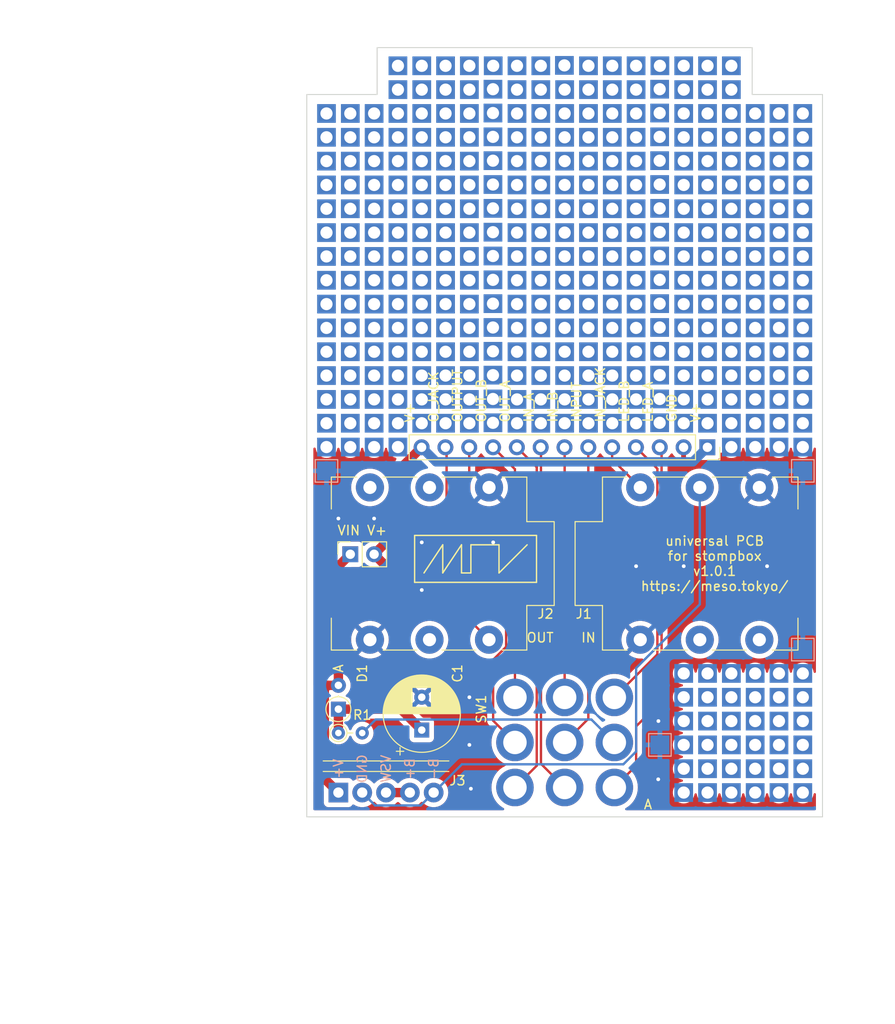
<source format=kicad_pcb>
(kicad_pcb (version 20211014) (generator pcbnew)
  (layers (0 "F.Cu" signal) (31 "B.Cu" signal) (34 "B.Paste" user) (35 "F.Paste" user) (36 "B.SilkS" user "B.Silkscreen") (37 "F.SilkS" user "F.Silkscreen") (38 "B.Mask" user) (39 "F.Mask" user) (44 "Edge.Cuts" user))
  (net 0 "")
  (net 1 "V+")
  (net 2 "GND")
  (net 3 "Net-(D1-Pad2)")
  (net 4 "GROUND_SW")
  (net 7 "INPUT")
  (net 11 "OUTPUT")
  (net 12 "OUTPUT_B")
  (net 13 "OUTPUT_A")
  (net 14 "INPUT_A")
  (net 15 "INPUT_B")
  (net 16 "LED_A")
  (net 17 "LED_B")
  (net 18 "Net-(R1-Pad2)")
  (net 19 "INPUT_JACK")
  (net 20 "OUTPUT_JACK")
  (net 21 "Net-(J3-Pad3)")
  (footprint "" (layer "F.Cu") (at 144.78 92.71)
    (fp_text reference "")
    (fp_text value "")
  )
  (footprint "" (layer "F.Cu") (at 132.08 38.1)
    (fp_text reference "")
    (fp_text value "")
  )
  (footprint "" (layer "F.Cu") (at 124.46 33.02)
    (fp_text reference "")
    (fp_text value "")
  )
  (footprint "" (layer "F.Cu") (at 121.92 48.26)
    (fp_text reference "")
    (fp_text value "")
  )
  (footprint "" (layer "F.Cu") (at 142.24 60.96)
    (fp_text reference "")
    (fp_text value "")
  )
  (footprint "" (layer "F.Cu") (at 139.7 35.56)
    (fp_text reference "")
    (fp_text value "")
  )
  (footprint "" (layer "F.Cu") (at 147.32 66.04)
    (fp_text reference "")
    (fp_text value "")
  )
  (footprint "" (layer "F.Cu") (at 111.76 40.64)
    (fp_text reference "")
    (fp_text value "")
  )
  (footprint "" (layer "F.Cu") (at 147.32 55.88)
    (fp_text reference "")
    (fp_text value "")
  )
  (footprint "" (layer "F.Cu") (at 119.354089 50.754705)
    (fp_text reference "")
    (fp_text value "")
  )
  (footprint "" (layer "F.Cu") (at 152.4 38.1)
    (fp_text reference "")
    (fp_text value "")
  )
  (footprint "" (layer "F.Cu") (at 147.32 40.64)
    (fp_text reference "")
    (fp_text value "")
  )
  (footprint "" (layer "F.Cu") (at 101.6 38.1)
    (fp_text reference "")
    (fp_text value "")
  )
  (footprint "" (layer "F.Cu") (at 137.134089 35.514705)
    (fp_text reference "")
    (fp_text value "")
  )
  (footprint "" (layer "F.Cu") (at 132.08 50.8)
    (fp_text reference "")
    (fp_text value "")
  )
  (footprint "" (layer "F.Cu") (at 147.32 33.02)
    (fp_text reference "")
    (fp_text value "")
  )
  (footprint "" (layer "F.Cu") (at 142.24 43.18)
    (fp_text reference "")
    (fp_text value "")
  )
  (footprint "" (layer "F.Cu") (at 114.3 55.88)
    (fp_text reference "")
    (fp_text value "")
  )
  (footprint "" (layer "F.Cu") (at 111.76 48.26)
    (fp_text reference "")
    (fp_text value "")
  )
  (footprint "" (layer "F.Cu") (at 121.92 30.48)
    (fp_text reference "")
    (fp_text value "")
  )
  (footprint "" (layer "F.Cu") (at 144.78 30.48)
    (fp_text reference "")
    (fp_text value "")
  )
  (footprint "" (layer "F.Cu") (at 144.78 33.02)
    (fp_text reference "")
    (fp_text value "")
  )
  (footprint "" (layer "F.Cu") (at 144.78 58.42)
    (fp_text reference "")
    (fp_text value "")
  )
  (footprint "" (layer "F.Cu") (at 111.76 50.8)
    (fp_text reference "")
    (fp_text value "")
  )
  (footprint "" (layer "F.Cu") (at 104.14 40.64)
    (fp_text reference "")
    (fp_text value "")
  )
  (footprint "" (layer "F.Cu") (at 142.24 40.64)
    (fp_text reference "")
    (fp_text value "")
  )
  (footprint "" (layer "F.Cu") (at 106.68 50.8)
    (fp_text reference "")
    (fp_text value "")
  )
  (footprint "" (layer "F.Cu") (at 109.22 68.58)
    (fp_text reference "")
    (fp_text value "")
  )
  (footprint "" (layer "F.Cu") (at 137.134089 50.754705)
    (fp_text reference "")
    (fp_text value "")
  )
  (footprint "" (layer "F.Cu") (at 144.78 97.79)
    (fp_text reference "")
    (fp_text value "")
  )
  (footprint "" (layer "F.Cu") (at 101.6 53.34)
    (fp_text reference "")
    (fp_text value "")
  )
  (footprint "" (layer "F.Cu") (at 114.3 66.04)
    (fp_text reference "")
    (fp_text value "")
  )
  (footprint "" (layer "F.Cu") (at 124.46 53.34)
    (fp_text reference "")
    (fp_text value "")
  )
  (footprint "" (layer "F.Cu") (at 142.24 95.25)
    (fp_text reference "")
    (fp_text value "")
  )
  (footprint "" (layer "F.Cu") (at 139.7 40.64)
    (fp_text reference "")
    (fp_text value "")
  )
  (footprint "" (layer "F.Cu") (at 134.62 45.72)
    (fp_text reference "")
    (fp_text value "")
  )
  (footprint "" (layer "F.Cu") (at 111.76 55.88)
    (fp_text reference "")
    (fp_text value "")
  )
  (footprint "" (layer "F.Cu") (at 119.354089 60.914705)
    (fp_text reference "")
    (fp_text value "")
  )
  (footprint "" (layer "F.Cu") (at 106.68 68.58)
    (fp_text reference "")
    (fp_text value "")
  )
  (footprint "" (layer "F.Cu") (at 119.354089 65.994705)
    (fp_text reference "")
    (fp_text value "")
  )
  (footprint "" (layer "F.Cu") (at 139.7 60.96)
    (fp_text reference "")
    (fp_text value "")
  )
  (footprint "" (layer "F.Cu") (at 129.54 45.72)
    (fp_text reference "")
    (fp_text value "")
  )
  (footprint "" (layer "F.Cu") (at 116.84 60.96)
    (fp_text reference "")
    (fp_text value "")
  )
  (footprint "" (layer "F.Cu") (at 124.46 43.18)
    (fp_text reference "")
    (fp_text value "")
  )
  (footprint "" (layer "F.Cu") (at 124.46 27.94)
    (fp_text reference "")
    (fp_text value "")
  )
  (footprint "" (layer "F.Cu") (at 127 55.88)
    (fp_text reference "")
    (fp_text value "")
  )
  (footprint "" (layer "F.Cu") (at 119.354089 63.454705)
    (fp_text reference "")
    (fp_text value "")
  )
  (footprint "" (layer "F.Cu") (at 127 38.1)
    (fp_text reference "")
    (fp_text value "")
  )
  (footprint "" (layer "F.Cu") (at 142.24 33.02)
    (fp_text reference "")
    (fp_text value "")
  )
  (footprint "" (layer "F.Cu") (at 152.4 92.71)
    (fp_text reference "")
    (fp_text value "")
  )
  (footprint "ak_misc:3PDT_FootSwitch" (layer "F.Cu") (at 127 100.07 90)
    (fp_text reference "SW1")
    (fp_text value "3PDT_FootSwitch")
  )
  (footprint "" (layer "F.Cu") (at 134.62 48.26)
    (fp_text reference "")
    (fp_text value "")
  )
  (footprint "" (layer "F.Cu") (at 106.68 58.42)
    (fp_text reference "")
    (fp_text value "")
  )
  (footprint "" (layer "F.Cu") (at 144.78 27.94)
    (fp_text reference "")
    (fp_text value "")
  )
  (footprint "" (layer "F.Cu") (at 129.54 40.64)
    (fp_text reference "")
    (fp_text value "")
  )
  (footprint "" (layer "F.Cu") (at 101.6 48.26)
    (fp_text reference "")
    (fp_text value "")
  )
  (footprint "" (layer "F.Cu") (at 104.14 33.02)
    (fp_text reference "")
    (fp_text value "")
  )
  (footprint "" (layer "F.Cu") (at 121.92 43.18)
    (fp_text reference "")
    (fp_text value "")
  )
  (footprint "" (layer "F.Cu") (at 127 33.02)
    (fp_text reference "")
    (fp_text value "")
  )
  (footprint "" (layer "F.Cu") (at 109.22 55.88)
    (fp_text reference "")
    (fp_text value "")
  )
  (footprint "" (layer "F.Cu") (at 137.134089 60.914705)
    (fp_text reference "")
    (fp_text value "")
  )
  (footprint "" (layer "F.Cu") (at 114.3 30.48)
    (fp_text reference "")
    (fp_text value "")
  )
  (footprint "" (layer "F.Cu") (at 132.08 55.88)
    (fp_text reference "")
    (fp_text value "")
  )
  (footprint "" (layer "F.Cu") (at 119.354089 38.054705)
    (fp_text reference "")
    (fp_text value "")
  )
  (footprint "" (layer "F.Cu") (at 104.14 35.56)
    (fp_text reference "")
    (fp_text value "")
  )
  (footprint "" (layer "F.Cu") (at 142.24 45.72)
    (fp_text reference "")
    (fp_text value "")
  )
  (footprint "" (layer "F.Cu") (at 127 35.56)
    (fp_text reference "")
    (fp_text value "")
  )
  (footprint "" (layer "F.Cu") (at 121.92 35.56)
    (fp_text reference "")
    (fp_text value "")
  )
  (footprint "Connector_PinSocket_2.54mm:PinSocket_1x02_P2.54mm_Vertical" (layer "F.Cu") (at 104.14 80.01 90)
    (fp_text reference "J4" hide)
    (fp_text value "Conn_01x02")
  )
  (footprint "" (layer "F.Cu") (at 132.08 48.26)
    (fp_text reference "")
    (fp_text value "")
  )
  (footprint "" (layer "F.Cu") (at 101.6 50.8)
    (fp_text reference "")
    (fp_text value "")
  )
  (footprint "" (layer "F.Cu") (at 109.22 45.72)
    (fp_text reference "")
    (fp_text value "")
  )
  (footprint "" (layer "F.Cu") (at 147.32 102.87)
    (fp_text reference "")
    (fp_text value "")
  )
  (footprint "" (layer "F.Cu") (at 124.46 63.5)
    (fp_text reference "")
    (fp_text value "")
  )
  (footprint "" (layer "F.Cu") (at 116.84 50.8)
    (fp_text reference "")
    (fp_text value "")
  )
  (footprint "" (layer "F.Cu") (at 106.68 55.88)
    (fp_text reference "")
    (fp_text value "")
  )
  (footprint "" (layer "F.Cu") (at 144.78 105.41)
    (fp_text reference "")
    (fp_text value "")
  )
  (footprint "" (layer "F.Cu") (at 114.3 50.8)
    (fp_text reference "")
    (fp_text value "")
  )
  (footprint "TerminalBlock_TE-Connectivity:TerminalBlock_TE_282834-5_1x05_P2.54mm_Horizontal" (layer "F.Cu") (at 102.87 105.41)
    (fp_text reference "J3")
    (fp_text value "DC_IN")
  )
  (footprint "" (layer "F.Cu") (at 149.86 33.02)
    (fp_text reference "")
    (fp_text value "")
  )
  (footprint "" (layer "F.Cu") (at 106.68 40.64)
    (fp_text reference "")
    (fp_text value "")
  )
  (footprint "" (layer "F.Cu") (at 134.62 60.96)
    (fp_text reference "")
    (fp_text value "")
  )
  (footprint "" (layer "F.Cu") (at 137.134089 32.974705)
    (fp_text reference "")
    (fp_text value "")
  )
  (footprint "" (layer "F.Cu") (at 114.3 33.02)
    (fp_text reference "")
    (fp_text value "")
  )
  (footprint "" (layer "F.Cu") (at 152.4 55.88)
    (fp_text reference "")
    (fp_text value "")
  )
  (footprint "" (layer "F.Cu") (at 132.08 63.5)
    (fp_text reference "")
    (fp_text value "")
  )
  (footprint "" (layer "F.Cu") (at 121.92 27.94)
    (fp_text reference "")
    (fp_text value "")
  )
  (footprint "" (layer "F.Cu") (at 109.22 33.02)
    (fp_text reference "")
    (fp_text value "")
  )
  (footprint "" (layer "F.Cu") (at 149.86 95.25)
    (fp_text reference "")
    (fp_text value "")
  )
  (footprint "" (layer "F.Cu") (at 111.76 58.42)
    (fp_text reference "")
    (fp_text value "")
  )
  (footprint "" (layer "F.Cu") (at 129.54 43.18)
    (fp_text reference "")
    (fp_text value "")
  )
  (footprint "" (layer "F.Cu") (at 114.3 35.56)
    (fp_text reference "")
    (fp_text value "")
  )
  (footprint "" (layer "F.Cu") (at 144.78 43.18)
    (fp_text reference "")
    (fp_text value "")
  )
  (footprint "" (layer "F.Cu") (at 101.6 58.42)
    (fp_text reference "")
    (fp_text value "")
  )
  (footprint "" (layer "F.Cu") (at 144.78 55.88)
    (fp_text reference "")
    (fp_text value "")
  )
  (footprint "" (layer "F.Cu") (at 116.84 30.48)
    (fp_text reference "")
    (fp_text value "")
  )
  (footprint "" (layer "F.Cu") (at 139.7 92.71)
    (fp_text reference "")
    (fp_text value "")
  )
  (footprint "" (layer "F.Cu") (at 139.7 63.5)
    (fp_text reference "")
    (fp_text value "")
  )
  (footprint "" (layer "F.Cu") (at 111.76 35.56)
    (fp_text reference "")
    (fp_text value "")
  )
  (footprint "" (layer "F.Cu") (at 149.86 43.18)
    (fp_text reference "")
    (fp_text value "")
  )
  (footprint "" (layer "F.Cu") (at 142.24 102.87)
    (fp_text reference "")
    (fp_text value "")
  )
  (footprint "" (layer "F.Cu") (at 144.78 40.64)
    (fp_text reference "")
    (fp_text value "")
  )
  (footprint "" (layer "F.Cu") (at 139.7 97.79)
    (fp_text reference "")
    (fp_text value "")
  )
  (footprint "" (layer "F.Cu") (at 109.22 27.94)
    (fp_text reference "")
    (fp_text value "")
  )
  (footprint "" (layer "F.Cu") (at 142.24 97.79)
    (fp_text reference "")
    (fp_text value "")
  )
  (footprint "" (layer "F.Cu") (at 129.54 58.42)
    (fp_text reference "")
    (fp_text value "")
  )
  (footprint "" (layer "F.Cu") (at 152.4 60.96)
    (fp_text reference "")
    (fp_text value "")
  )
  (footprint "" (layer "F.Cu") (at 137.134089 63.454705)
    (fp_text reference "")
    (fp_text value "")
  )
  (footprint "" (layer "F.Cu") (at 137.134089 55.834705)
    (fp_text reference "")
    (fp_text value "")
  )
  (footprint "" (layer "F.Cu") (at 149.86 66.04)
    (fp_text reference "")
    (fp_text value "")
  )
  (footprint "" (layer "F.Cu") (at 111.76 53.34)
    (fp_text reference "")
    (fp_text value "")
  )
  (footprint "" (layer "F.Cu") (at 144.78 100.33)
    (fp_text reference "")
    (fp_text value "")
  )
  (footprint "" (layer "F.Cu") (at 121.92 40.64)
    (fp_text reference "")
    (fp_text value "")
  )
  (footprint "" (layer "F.Cu") (at 106.68 60.96)
    (fp_text reference "")
    (fp_text value "")
  )
  (footprint "" (layer "F.Cu") (at 149.86 48.26)
    (fp_text reference "")
    (fp_text value "")
  )
  (footprint "" (layer "F.Cu") (at 144.78 35.56)
    (fp_text reference "")
    (fp_text value "")
  )
  (footprint "" (layer "F.Cu") (at 147.32 58.42)
    (fp_text reference "")
    (fp_text value "")
  )
  (footprint "" (layer "F.Cu") (at 139.7 53.34)
    (fp_text reference "")
    (fp_text value "")
  )
  (footprint "" (layer "F.Cu") (at 116.84 66.04)
    (fp_text reference "")
    (fp_text value "")
  )
  (footprint "" (layer "F.Cu") (at 144.78 68.58)
    (fp_text reference "")
    (fp_text value "")
  )
  (footprint "" (layer "F.Cu") (at 152.4 58.42)
    (fp_text reference "")
    (fp_text value "")
  )
  (footprint "" (layer "F.Cu") (at 114.3 27.94)
    (fp_text reference "")
    (fp_text value "")
  )
  (footprint "" (layer "F.Cu") (at 111.76 33.02)
    (fp_text reference "")
    (fp_text value "")
  )
  (footprint "" (layer "F.Cu") (at 142.24 105.41)
    (fp_text reference "")
    (fp_text value "")
  )
  (footprint "" (layer "F.Cu") (at 129.54 60.96)
    (fp_text reference "")
    (fp_text value "")
  )
  (footprint "" (layer "F.Cu") (at 119.38 27.94)
    (fp_text reference "")
    (fp_text value "")
  )
  (footprint "" (layer "F.Cu") (at 119.354089 32.974705)
    (fp_text reference "")
    (fp_text value "")
  )
  (footprint "" (layer "F.Cu") (at 132.08 58.42)
    (fp_text reference "")
    (fp_text value "")
  )
  (footprint "" (layer "F.Cu") (at 139.7 30.48)
    (fp_text reference "")
    (fp_text value "")
  )
  (footprint "" (layer "F.Cu") (at 144.78 63.5)
    (fp_text reference "")
    (fp_text value "")
  )
  (footprint "" (layer "F.Cu") (at 149.86 45.72)
    (fp_text reference "")
    (fp_text value "")
  )
  (footprint "" (layer "F.Cu") (at 111.76 27.94)
    (fp_text reference "")
    (fp_text value "")
  )
  (footprint "" (layer "F.Cu") (at 149.86 50.8)
    (fp_text reference "")
    (fp_text value "")
  )
  (footprint "" (layer "F.Cu") (at 126.974089 27.894705)
    (fp_text reference "")
    (fp_text value "")
  )
  (footprint "" (layer "F.Cu") (at 106.68 45.72)
    (fp_text reference "")
    (fp_text value "")
  )
  (footprint "" (layer "F.Cu") (at 116.84 33.02)
    (fp_text reference "")
    (fp_text value "")
  )
  (footprint "" (layer "F.Cu") (at 124.46 30.48)
    (fp_text reference "")
    (fp_text value "")
  )
  (footprint "" (layer "F.Cu") (at 137.134089 38.054705)
    (fp_text reference "")
    (fp_text value "")
  )
  (footprint "" (layer "F.Cu") (at 127 30.48)
    (fp_text reference "")
    (fp_text value "")
  )
  (footprint "" (layer "F.Cu") (at 116.84 58.42)
    (fp_text reference "")
    (fp_text value "")
  )
  (footprint "" (layer "F.Cu") (at 147.32 35.56)
    (fp_text reference "")
    (fp_text value "")
  )
  (footprint "" (layer "F.Cu") (at 149.86 92.71)
    (fp_text reference "")
    (fp_text value "")
  )
  (footprint "" (layer "F.Cu") (at 152.4 48.26)
    (fp_text reference "")
    (fp_text value "")
  )
  (footprint "" (layer "F.Cu") (at 121.92 53.34)
    (fp_text reference "")
    (fp_text value "")
  )
  (footprint "" (layer "F.Cu") (at 124.46 50.8)
    (fp_text reference "")
    (fp_text value "")
  )
  (footprint "" (layer "F.Cu") (at 127 53.34)
    (fp_text reference "")
    (fp_text value "")
  )
  (footprint "" (layer "F.Cu") (at 149.86 100.33)
    (fp_text reference "")
    (fp_text value "")
  )
  (footprint "" (layer "F.Cu") (at 144.78 38.1)
    (fp_text reference "")
    (fp_text value "")
  )
  (footprint "" (layer "F.Cu") (at 111.76 38.1)
    (fp_text reference "")
    (fp_text value "")
  )
  (footprint "" (layer "F.Cu") (at 132.08 45.72)
    (fp_text reference "")
    (fp_text value "")
  )
  (footprint "" (layer "F.Cu") (at 129.54 30.48)
    (fp_text reference "")
    (fp_text value "")
  )
  (footprint "" (layer "F.Cu") (at 116.84 63.5)
    (fp_text reference "")
    (fp_text value "")
  )
  (footprint "" (layer "F.Cu") (at 116.84 45.72)
    (fp_text reference "")
    (fp_text value "")
  )
  (footprint "" (layer "F.Cu") (at 129.54 35.56)
    (fp_text reference "")
    (fp_text value "")
  )
  (footprint "" (layer "F.Cu") (at 109.22 53.34)
    (fp_text reference "")
    (fp_text value "")
  )
  (footprint "" (layer "F.Cu") (at 134.62 43.18)
    (fp_text reference "")
    (fp_text value "")
  )
  (footprint "" (layer "F.Cu") (at 119.354089 45.674705)
    (fp_text reference "")
    (fp_text value "")
  )
  (footprint "" (layer "F.Cu") (at 111.76 30.48)
    (fp_text reference "")
    (fp_text value "")
  )
  (footprint "" (layer "F.Cu") (at 144.78 53.34)
    (fp_text reference "")
    (fp_text value "")
  )
  (footprint "" (layer "F.Cu") (at 152.4 35.56)
    (fp_text reference "")
    (fp_text value "")
  )
  (footprint "" (layer "F.Cu") (at 101.6 33.02)
    (fp_text reference "")
    (fp_text value "")
  )
  (footprint "" (layer "F.Cu") (at 127 48.26)
    (fp_text reference "")
    (fp_text value "")
  )
  (footprint "" (layer "F.Cu") (at 116.84 43.18)
    (fp_text reference "")
    (fp_text value "")
  )
  (footprint "" (layer "F.Cu") (at 139.7 55.88)
    (fp_text reference "")
    (fp_text value "")
  )
  (footprint "" (layer "F.Cu") (at 142.24 66.04)
    (fp_text reference "")
    (fp_text value "")
  )
  (footprint "" (layer "F.Cu") (at 124.46 60.96)
    (fp_text reference "")
    (fp_text value "")
  )
  (footprint "Diode_THT:D_DO-35_SOD27_P2.54mm_Vertical_AnodeUp" (layer "F.Cu") (at 102.87 96.52 90)
    (fp_text reference "D1")
    (fp_text value "D_Schottky")
  )
  (footprint "" (layer "F.Cu") (at 139.7 105.41)
    (fp_text reference "")
    (fp_text value "")
  )
  (footprint "" (layer "F.Cu") (at 129.54 33.02)
    (fp_text reference "")
    (fp_text value "")
  )
  (footprint "" (layer "F.Cu") (at 111.76 63.5)
    (fp_text reference "")
    (fp_text value "")
  )
  (footprint "" (layer "F.Cu") (at 111.76 45.72)
    (fp_text reference "")
    (fp_text value "")
  )
  (footprint "" (layer "F.Cu") (at 142.24 30.48)
    (fp_text reference "")
    (fp_text value "")
  )
  (footprint "" (layer "F.Cu") (at 147.32 48.26)
    (fp_text reference "")
    (fp_text value "")
  )
  (footprint "" (layer "F.Cu") (at 149.86 60.96)
    (fp_text reference "")
    (fp_text value "")
  )
  (footprint "" (layer "F.Cu") (at 121.92 33.02)
    (fp_text reference "")
    (fp_text value "")
  )
  (footprint "" (layer "F.Cu") (at 132.08 40.64)
    (fp_text reference "")
    (fp_text value "")
  )
  (footprint "" (layer "F.Cu") (at 147.32 50.8)
    (fp_text reference "")
    (fp_text value "")
  )
  (footprint "" (layer "F.Cu") (at 134.62 55.88)
    (fp_text reference "")
    (fp_text value "")
  )
  (footprint "" (layer "F.Cu") (at 114.3 48.26)
    (fp_text reference "")
    (fp_text value "")
  )
  (footprint "" (layer "F.Cu") (at 121.92 60.96)
    (fp_text reference "")
    (fp_text value "")
  )
  (footprint "" (layer "F.Cu") (at 104.14 45.72)
    (fp_text reference "")
    (fp_text value "")
  )
  (footprint "" (layer "F.Cu") (at 149.86 68.58)
    (fp_text reference "")
    (fp_text value "")
  )
  (footprint "" (layer "F.Cu") (at 132.08 35.56)
    (fp_text reference "")
    (fp_text value "")
  )
  (footprint "" (layer "F.Cu") (at 101.6 68.58)
    (fp_text reference "")
    (fp_text value "")
  )
  (footprint "" (layer "F.Cu") (at 121.92 66.04)
    (fp_text reference "")
    (fp_text value "")
  )
  (footprint "" (layer "F.Cu") (at 137.134089 53.294705)
    (fp_text reference "")
    (fp_text value "")
  )
  (footprint "" (layer "F.Cu") (at 132.08 53.34)
    (fp_text reference "")
    (fp_text value "")
  )
  (footprint "" (layer "F.Cu") (at 127 60.96)
    (fp_text reference "")
    (fp_text value "")
  )
  (footprint "" (layer "F.Cu") (at 124.46 55.88)
    (fp_text reference "")
    (fp_text value "")
  )
  (footprint "" (layer "F.Cu") (at 119.354089 58.374705)
    (fp_text reference "")
    (fp_text value "")
  )
  (footprint "" (layer "F.Cu") (at 101.6 45.72)
    (fp_text reference "")
    (fp_text value "")
  )
  (footprint "" (layer "F.Cu") (at 152.4 66.04)
    (fp_text reference "")
    (fp_text value "")
  )
  (footprint "" (layer "F.Cu") (at 147.32 100.33)
    (fp_text reference "")
    (fp_text value "")
  )
  (footprint "" (layer "F.Cu") (at 152.4 68.58)
    (fp_text reference "")
    (fp_text value "")
  )
  (footprint "" (layer "F.Cu") (at 106.68 43.18)
    (fp_text reference "")
    (fp_text value "")
  )
  (footprint "" (layer "F.Cu") (at 139.7 38.1)
    (fp_text reference "")
    (fp_text value "")
  )
  (footprint "" (layer "F.Cu") (at 149.86 55.88)
    (fp_text reference "")
    (fp_text value "")
  )
  (footprint "" (layer "F.Cu") (at 132.08 43.18)
    (fp_text reference "")
    (fp_text value "")
  )
  (footprint "" (layer "F.Cu") (at 114.3 58.42)
    (fp_text reference "")
    (fp_text value "")
  )
  (footprint "" (layer "F.Cu") (at 104.14 55.88)
    (fp_text reference "")
    (fp_text value "")
  )
  (footprint "Connector_Audio:Jack_6.35mm_Neutrik_NMJ6HCD2_Horizontal" (layer "F.Cu") (at 118.935 89.115 180)
    (fp_text reference "J2")
    (fp_text value "OUTPUT")
  )
  (footprint "" (layer "F.Cu") (at 149.86 97.79)
    (fp_text reference "")
    (fp_text value "")
  )
  (footprint "" (layer "F.Cu") (at 147.32 43.18)
    (fp_text reference "")
    (fp_text value "")
  )
  (footprint "" (layer "F.Cu") (at 119.354089 43.134705)
    (fp_text reference "")
    (fp_text value "")
  )
  (footprint "" (layer "F.Cu") (at 142.24 53.34)
    (fp_text reference "")
    (fp_text value "")
  )
  (footprint "" (layer "F.Cu") (at 109.22 40.64)
    (fp_text reference "")
    (fp_text value "")
  )
  (footprint "" (layer "F.Cu") (at 109.22 60.96)
    (fp_text reference "")
    (fp_text value "")
  )
  (footprint "" (layer "F.Cu") (at 127 43.18)
    (fp_text reference "")
    (fp_text value "")
  )
  (footprint "" (layer "F.Cu") (at 147.32 68.58)
    (fp_text reference "")
    (fp_text value "")
  )
  (footprint "" (layer "F.Cu") (at 124.46 58.42)
    (fp_text reference "")
    (fp_text value "")
  )
  (footprint "" (layer "F.Cu") (at 147.32 95.25)
    (fp_text reference "")
    (fp_text value "")
  )
  (footprint "" (layer "F.Cu") (at 111.76 66.04)
    (fp_text reference "")
    (fp_text value "")
  )
  (footprint "" (layer "F.Cu") (at 134.62 38.1)
    (fp_text reference "")
    (fp_text value "")
  )
  (footprint "" (layer "F.Cu") (at 137.134089 45.674705)
    (fp_text reference "")
    (fp_text value "")
  )
  (footprint "" (layer "F.Cu") (at 129.54 38.1)
    (fp_text reference "")
    (fp_text value "")
  )
  (footprint "" (layer "F.Cu") (at 147.32 53.34)
    (fp_text reference "")
    (fp_text value "")
  )
  (footprint "" (layer "F.Cu") (at 139.7 102.87)
    (fp_text reference "")
    (fp_text value "")
  )
  (footprint "" (layer "F.Cu") (at 104.14 68.58)
    (fp_text reference "")
    (fp_text value "")
  )
  (footprint "" (layer "F.Cu") (at 147.32 63.5)
    (fp_text reference "")
    (fp_text value "")
  )
  (footprint "" (layer "F.Cu") (at 142.24 27.94)
    (fp_text reference "")
    (fp_text value "")
  )
  (footprint "" (layer "F.Cu") (at 104.14 66.04)
    (fp_text reference "")
    (fp_text value "")
  )
  (footprint "" (layer "F.Cu") (at 106.68 35.56)
    (fp_text reference "")
    (fp_text value "")
  )
  (footprint "" (layer "F.Cu") (at 144.78 48.26)
    (fp_text reference "")
    (fp_text value "")
  )
  (footprint "" (layer "F.Cu") (at 134.62 53.34)
    (fp_text reference "")
    (fp_text value "")
  )
  (footprint "" (layer "F.Cu") (at 137.134089 30.434705)
    (fp_text reference "")
    (fp_text value "")
  )
  (footprint "" (layer "F.Cu") (at 147.32 60.96)
    (fp_text reference "")
    (fp_text value "")
  )
  (footprint "" (layer "F.Cu") (at 142.24 35.56)
    (fp_text reference "")
    (fp_text value "")
  )
  (footprint "" (layer "F.Cu") (at 152.4 97.79)
    (fp_text reference "")
    (fp_text value "")
  )
  (footprint "" (layer "F.Cu") (at 109.22 43.18)
    (fp_text reference "")
    (fp_text value "")
  )
  (footprint "" (layer "F.Cu") (at 139.7 45.72)
    (fp_text reference "")
    (fp_text value "")
  )
  (footprint "" (layer "F.Cu") (at 104.14 53.34)
    (fp_text reference "")
    (fp_text value "")
  )
  (footprint "" (layer "F.Cu") (at 137.16 27.94)
    (fp_text reference "")
    (fp_text value "")
  )
  (footprint "" (layer "F.Cu") (at 109.22 30.48)
    (fp_text reference "")
    (fp_text value "")
  )
  (footprint "" (layer "F.Cu") (at 104.14 43.18)
    (fp_text reference "")
    (fp_text value "")
  )
  (footprint "" (layer "F.Cu") (at 119.354089 48.214705)
    (fp_text reference "")
    (fp_text value "")
  )
  (footprint "" (layer "F.Cu") (at 142.24 48.26)
    (fp_text reference "")
    (fp_text value "")
  )
  (footprint "" (layer "F.Cu") (at 129.54 66.04)
    (fp_text reference "")
    (fp_text value "")
  )
  (footprint "" (layer "F.Cu") (at 152.4 45.72)
    (fp_text reference "")
    (fp_text value "")
  )
  (footprint "" (layer "F.Cu") (at 106.68 48.26)
    (fp_text reference "")
    (fp_text value "")
  )
  (footprint "" (layer "F.Cu") (at 134.62 58.42)
    (fp_text reference "")
    (fp_text value "")
  )
  (footprint "" (layer "F.Cu") (at 106.68 33.02)
    (fp_text reference "")
    (fp_text value "")
  )
  (footprint "" (layer "F.Cu") (at 137.134089 43.134705)
    (fp_text reference "")
    (fp_text value "")
  )
  (footprint "" (layer "F.Cu") (at 101.6 60.96)
    (fp_text reference "")
    (fp_text value "")
  )
  (footprint "" (layer "F.Cu") (at 139.7 48.26)
    (fp_text reference "")
    (fp_text value "")
  )
  (footprint "" (layer "F.Cu") (at 149.86 40.64)
    (fp_text reference "")
    (fp_text value "")
  )
  (footprint "" (layer "F.Cu") (at 104.14 38.1)
    (fp_text reference "")
    (fp_text value "")
  )
  (footprint "" (layer "F.Cu") (at 144.78 102.87)
    (fp_text reference "")
    (fp_text value "")
  )
  (footprint "" (layer "F.Cu") (at 114.3 53.34)
    (fp_text reference "")
    (fp_text value "")
  )
  (footprint "" (layer "F.Cu") (at 139.7 50.8)
    (fp_text reference "")
    (fp_text value "")
  )
  (footprint "" (layer "F.Cu") (at 114.3 43.18)
    (fp_text reference "")
    (fp_text value "")
  )
  (footprint "" (layer "F.Cu") (at 152.4 40.64)
    (fp_text reference "")
    (fp_text value "")
  )
  (footprint "" (layer "F.Cu") (at 129.54 50.8)
    (fp_text reference "")
    (fp_text value "")
  )
  (footprint "" (layer "F.Cu") (at 124.46 66.04)
    (fp_text reference "")
    (fp_text value "")
  )
  (footprint "" (layer "F.Cu") (at 124.46 48.26)
    (fp_text reference "")
    (fp_text value "")
  )
  (footprint "" (layer "F.Cu") (at 106.68 63.5)
    (fp_text reference "")
    (fp_text value "")
  )
  (footprint "" (layer "F.Cu") (at 121.92 58.42)
    (fp_text reference "")
    (fp_text value "")
  )
  (footprint "" (layer "F.Cu") (at 147.32 38.1)
    (fp_text reference "")
    (fp_text value "")
  )
  (footprint "Connector_Audio:Jack_6.35mm_Neutrik_NMJ6HCD2_Horizontal" (layer "F.Cu") (at 135.065 72.885)
    (fp_text reference "J1")
    (fp_text value "INPUT")
  )
  (footprint "" (layer "F.Cu") (at 104.14 60.96)
    (fp_text reference "")
    (fp_text value "")
  )
  (footprint "" (layer "F.Cu") (at 144.78 66.04)
    (fp_text reference "")
    (fp_text value "")
  )
  (footprint "" (layer "F.Cu") (at 139.7 66.04)
    (fp_text reference "")
    (fp_text value "")
  )
  (footprint "" (layer "F.Cu") (at 137.134089 58.374705)
    (fp_text reference "")
    (fp_text value "")
  )
  (footprint "" (layer "F.Cu") (at 104.14 63.5)
    (fp_text reference "")
    (fp_text value "")
  )
  (footprint "" (layer "F.Cu") (at 121.92 45.72)
    (fp_text reference "")
    (fp_text value "")
  )
  (footprint "" (layer "F.Cu") (at 129.54 63.5)
    (fp_text reference "")
    (fp_text value "")
  )
  (footprint "" (layer "F.Cu") (at 142.24 100.33)
    (fp_text reference "")
    (fp_text value "")
  )
  (footprint "" (layer "F.Cu") (at 116.84 27.94)
    (fp_text reference "")
    (fp_text value "")
  )
  (footprint "" (layer "F.Cu") (at 101.6 55.88)
    (fp_text reference "")
    (fp_text value "")
  )
  (footprint "" (layer "F.Cu") (at 139.7 100.33)
    (fp_text reference "")
    (fp_text value "")
  )
  (footprint "" (layer "F.Cu") (at 144.78 95.25)
    (fp_text reference "")
    (fp_text value "")
  )
  (footprint "" (layer "F.Cu") (at 119.354089 53.294705)
    (fp_text reference "")
    (fp_text value "")
  )
  (footprint "" (layer "F.Cu") (at 116.84 35.56)
    (fp_text reference "")
    (fp_text value "")
  )
  (footprint "" (layer "F.Cu") (at 109.22 58.42)
    (fp_text reference "")
    (fp_text value "")
  )
  (footprint "" (layer "F.Cu") (at 147.32 105.41)
    (fp_text reference "")
    (fp_text value "")
  )
  (footprint "" (layer "F.Cu") (at 119.354089 55.834705)
    (fp_text reference "")
    (fp_text value "")
  )
  (footprint "" (layer "F.Cu") (at 119.354089 40.594705)
    (fp_text reference "")
    (fp_text value "")
  )
  (footprint "" (layer "F.Cu") (at 111.76 43.18)
    (fp_text reference "")
    (fp_text value "")
  )
  (footprint "" (layer "F.Cu") (at 139.7 43.18)
    (fp_text reference "")
    (fp_text value "")
  )
  (footprint "" (layer "F.Cu") (at 124.46 35.56)
    (fp_text reference "")
    (fp_text value "")
  )
  (footprint "" (layer "F.Cu") (at 142.24 63.5)
    (fp_text reference "")
    (fp_text value "")
  )
  (footprint "" (layer "F.Cu") (at 134.62 66.04)
    (fp_text reference "")
    (fp_text value "")
  )
  (footprint "" (layer "F.Cu") (at 116.84 55.88)
    (fp_text reference "")
    (fp_text value "")
  )
  (footprint "" (layer "F.Cu") (at 109.22 38.1)
    (fp_text reference "")
    (fp_text value "")
  )
  (footprint "" (layer "F.Cu") (at 101.6 40.64)
    (fp_text reference "")
    (fp_text value "")
  )
  (footprint "" (layer "F.Cu") (at 101.6 66.04)
    (fp_text reference "")
    (fp_text value "")
  )
  (footprint "" (layer "F.Cu") (at 101.6 43.18)
    (fp_text reference "")
    (fp_text value "")
  )
  (footprint "" (layer "F.Cu") (at 132.08 27.94)
    (fp_text reference "")
    (fp_text value "")
  )
  (footprint "" (layer "F.Cu") (at 147.32 92.71)
    (fp_text reference "")
    (fp_text value "")
  )
  (footprint "" (layer "F.Cu") (at 109.22 63.5)
    (fp_text reference "")
    (fp_text value "")
  )
  (footprint "" (layer "F.Cu") (at 152.4 105.41)
    (fp_text reference "")
    (fp_text value "")
  )
  (footprint "" (layer "F.Cu") (at 129.54 53.34)
    (fp_text reference "")
    (fp_text value "")
  )
  (footprint "" (layer "F.Cu") (at 132.08 60.96)
    (fp_text reference "")
    (fp_text value "")
  )
  (footprint "" (layer "F.Cu") (at 127 45.72)
    (fp_text reference "")
    (fp_text value "")
  )
  (footprint "" (layer "F.Cu") (at 127 50.8)
    (fp_text reference "")
    (fp_text value "")
  )
  (footprint "" (layer "F.Cu") (at 139.7 95.25)
    (fp_text reference "")
    (fp_text value "")
  )
  (footprint "" (layer "F.Cu") (at 111.76 60.96)
    (fp_text reference "")
    (fp_text value "")
  )
  (footprint "" (layer "F.Cu") (at 134.62 63.5)
    (fp_text reference "")
    (fp_text value "")
  )
  (footprint "" (layer "F.Cu") (at 116.84 53.34)
    (fp_text reference "")
    (fp_text value "")
  )
  (footprint "" (layer "F.Cu") (at 127 63.5)
    (fp_text reference "")
    (fp_text value "")
  )
  (footprint "" (layer "F.Cu") (at 127 40.64)
    (fp_text reference "")
    (fp_text value "")
  )
  (footprint "" (layer "F.Cu") (at 109.22 35.56)
    (fp_text reference "")
    (fp_text value "")
  )
  (footprint "" (layer "F.Cu") (at 132.08 66.04)
    (fp_text reference "")
    (fp_text value "")
  )
  (footprint "" (layer "F.Cu") (at 152.4 43.18)
    (fp_text reference "")
    (fp_text value "")
  )
  (footprint "" (layer "F.Cu") (at 139.7 27.94)
    (fp_text reference "")
    (fp_text value "")
  )
  (footprint "" (layer "F.Cu") (at 142.24 55.88)
    (fp_text reference "")
    (fp_text value "")
  )
  (footprint "" (layer "F.Cu") (at 134.62 33.02)
    (fp_text reference "")
    (fp_text value "")
  )
  (footprint "" (layer "F.Cu") (at 124.46 40.64)
    (fp_text reference "")
    (fp_text value "")
  )
  (footprint "" (layer "F.Cu") (at 121.92 63.5)
    (fp_text reference "")
    (fp_text value "")
  )
  (footprint "" (layer "F.Cu") (at 152.4 95.25)
    (fp_text reference "")
    (fp_text value "")
  )
  (footprint "" (layer "F.Cu") (at 152.4 50.8)
    (fp_text reference "")
    (fp_text value "")
  )
  (footprint "" (layer "F.Cu") (at 121.92 50.8)
    (fp_text reference "")
    (fp_text value "")
  )
  (footprint "" (layer "F.Cu") (at 139.7 33.02)
    (fp_text reference "")
    (fp_text value "")
  )
  (footprint "" (layer "F.Cu") (at 109.22 50.8)
    (fp_text reference "")
    (fp_text value "")
  )
  (footprint "" (layer "F.Cu") (at 109.22 48.26)
    (fp_text reference "")
    (fp_text value "")
  )
  (footprint "" (layer "F.Cu") (at 137.134089 40.594705)
    (fp_text reference "")
    (fp_text value "")
  )
  (footprint "" (layer "F.Cu") (at 152.4 33.02)
    (fp_text reference "")
    (fp_text value "")
  )
  (footprint "" (layer "F.Cu") (at 152.4 102.87)
    (fp_text reference "")
    (fp_text value "")
  )
  (footprint "" (layer "F.Cu") (at 134.62 30.48)
    (fp_text reference "")
    (fp_text value "")
  )
  (footprint "" (layer "F.Cu") (at 142.24 58.42)
    (fp_text reference "")
    (fp_text value "")
  )
  (footprint "" (layer "F.Cu") (at 124.46 38.1)
    (fp_text reference "")
    (fp_text value "")
  )
  (footprint "" (layer "F.Cu") (at 134.62 50.8)
    (fp_text reference "")
    (fp_text value "")
  )
  (footprint "" (layer "F.Cu") (at 142.24 50.8)
    (fp_text reference "")
    (fp_text value "")
  )
  (footprint "" (layer "F.Cu") (at 134.62 35.56)
    (fp_text reference "")
    (fp_text value "")
  )
  (footprint "" (layer "F.Cu") (at 114.3 40.64)
    (fp_text reference "")
    (fp_text value "")
  )
  (footprint "" (layer "F.Cu") (at 149.86 35.56)
    (fp_text reference "")
    (fp_text value "")
  )
  (footprint "" (layer "F.Cu") (at 114.3 38.1)
    (fp_text reference "")
    (fp_text value "")
  )
  (footprint "" (layer "F.Cu") (at 106.68 38.1)
    (fp_text reference "")
    (fp_text value "")
  )
  (footprint "" (layer "F.Cu") (at 149.86 58.42)
    (fp_text reference "")
    (fp_text value "")
  )
  (footprint "" (layer "F.Cu") (at 147.32 45.72)
    (fp_text reference "")
    (fp_text value "")
  )
  (footprint "" (layer "F.Cu") (at 134.62 27.94)
    (fp_text reference "")
    (fp_text value "")
  )
  (footprint "" (layer "F.Cu") (at 144.78 50.8)
    (fp_text reference "")
    (fp_text value "")
  )
  (footprint "" (layer "F.Cu") (at 106.68 66.04)
    (fp_text reference "")
    (fp_text value "")
  )
  (footprint "" (layer "F.Cu") (at 121.92 55.88)
    (fp_text reference "")
    (fp_text value "")
  )
  (footprint "" (layer "F.Cu") (at 114.3 60.96)
    (fp_text reference "")
    (fp_text value "")
  )
  (footprint "" (layer "F.Cu") (at 127 58.42)
    (fp_text reference "")
    (fp_text value "")
  )
  (footprint "" (layer "F.Cu") (at 116.84 38.1)
    (fp_text reference "")
    (fp_text value "")
  )
  (footprint "" (layer "F.Cu") (at 101.6 35.56)
    (fp_text reference "")
    (fp_text value "")
  )
  (footprint "" (layer "F.Cu") (at 132.08 30.48)
    (fp_text reference "")
    (fp_text value "")
  )
  (footprint "" (layer "F.Cu") (at 144.78 45.72)
    (fp_text reference "")
    (fp_text value "")
  )
  (footprint "" (layer "F.Cu") (at 144.78 60.96)
    (fp_text reference "")
    (fp_text value "")
  )
  (footprint "" (layer "F.Cu") (at 109.22 66.04)
    (fp_text reference "")
    (fp_text value "")
  )
  (footprint "" (layer "F.Cu") (at 139.7 58.42)
    (fp_text reference "")
    (fp_text value "")
  )
  (footprint "" (layer "F.Cu") (at 119.354089 35.514705)
    (fp_text reference "")
    (fp_text value "")
  )
  (footprint "" (layer "F.Cu") (at 149.86 63.5)
    (fp_text reference "")
    (fp_text value "")
  )
  (footprint "" (layer "F.Cu") (at 142.24 38.1)
    (fp_text reference "")
    (fp_text value "")
  )
  (footprint "" (layer "F.Cu") (at 129.54 27.94)
    (fp_text reference "")
    (fp_text value "")
  )
  (footprint "" (layer "F.Cu") (at 129.54 55.88)
    (fp_text reference "")
    (fp_text value "")
  )
  (footprint "" (layer "F.Cu") (at 149.86 105.41)
    (fp_text reference "")
    (fp_text value "")
  )
  (footprint "" (layer "F.Cu") (at 132.08 33.02)
    (fp_text reference "")
    (fp_text value "")
  )
  (footprint "" (layer "F.Cu") (at 104.14 48.26)
    (fp_text reference "")
    (fp_text value "")
  )
  (footprint "" (layer "F.Cu") (at 134.62 40.64)
    (fp_text reference "")
    (fp_text value "")
  )
  (footprint "" (layer "F.Cu") (at 137.134089 65.994705)
    (fp_text reference "")
    (fp_text value "")
  )
  (footprint "" (layer "F.Cu") (at 152.4 63.5)
    (fp_text reference "")
    (fp_text value "")
  )
  (footprint "" (layer "F.Cu") (at 127 66.04)
    (fp_text reference "")
    (fp_text value "")
  )
  (footprint "" (layer "F.Cu") (at 137.134089 48.214705)
    (fp_text reference "")
    (fp_text value "")
  )
  (footprint "" (layer "F.Cu") (at 101.6 63.5)
    (fp_text reference "")
    (fp_text value "")
  )
  (footprint "" (layer "F.Cu") (at 149.86 38.1)
    (fp_text reference "")
    (fp_text value "")
  )
  (footprint "" (layer "F.Cu") (at 116.84 40.64)
    (fp_text reference "")
    (fp_text value "")
  )
  (footprint "" (layer "F.Cu") (at 116.84 48.26)
    (fp_text reference "")
    (fp_text value "")
  )
  (footprint "" (layer "F.Cu") (at 121.92 38.1)
    (fp_text reference "")
    (fp_text value "")
  )
  (footprint "" (layer "F.Cu") (at 152.4 53.34)
    (fp_text reference "")
    (fp_text value "")
  )
  (footprint "" (layer "F.Cu") (at 129.54 48.26)
    (fp_text reference "")
    (fp_text value "")
  )
  (footprint "Capacitor_THT:CP_Radial_D8.0mm_P3.50mm" (layer "F.Cu") (at 111.76 98.75 90)
    (fp_text reference "C1")
    (fp_text value "C_Polarized")
  )
  (footprint "" (layer "F.Cu") (at 124.46 45.72)
    (fp_text reference "")
    (fp_text value "")
  )
  (footprint "Connector_PinSocket_2.54mm:PinSocket_1x13_P2.54mm_Vertical" (layer "F.Cu") (at 142.225 68.605 -90)
    (fp_text reference "J5" hide)
    (fp_text value "Conn_01x13")
  )
  (footprint "" (layer "F.Cu") (at 152.4 100.33)
    (fp_text reference "")
    (fp_text value "")
  )
  (footprint "" (layer "F.Cu") (at 106.68 53.34)
    (fp_text reference "")
    (fp_text value "")
  )
  (footprint "" (layer "F.Cu") (at 149.86 53.34)
    (fp_text reference "")
    (fp_text value "")
  )
  (footprint "" (layer "F.Cu") (at 119.354089 30.434705)
    (fp_text reference "")
    (fp_text value "")
  )
  (footprint "Resistor_THT:R_Axial_DIN0204_L3.6mm_D1.6mm_P2.54mm_Vertical" (layer "F.Cu") (at 102.87 99.06)
    (fp_text reference "R1")
    (fp_text value "10k")
  )
  (footprint "" (layer "F.Cu") (at 114.3 45.72)
    (fp_text reference "")
    (fp_text value "")
  )
  (footprint "" (layer "F.Cu") (at 142.24 92.71)
    (fp_text reference "")
    (fp_text value "")
  )
  (footprint "" (layer "F.Cu") (at 104.14 58.42)
    (fp_text reference "")
    (fp_text value "")
  )
  (footprint "" (layer "F.Cu") (at 147.32 97.79)
    (fp_text reference "")
    (fp_text value "")
  )
  (footprint "" (layer "F.Cu") (at 149.86 102.87)
    (fp_text reference "")
    (fp_text value "")
  )
  (footprint "" (layer "F.Cu") (at 114.3 63.5)
    (fp_text reference "")
    (fp_text value "")
  )
  (footprint "" (layer "F.Cu") (at 104.14 50.8)
    (fp_text reference "")
    (fp_text value "")
  )
  (footprint "TestPoint:TestPoint_Pad_2.0x2.0mm" (layer "B.Cu") (at 152.4 90.17 180)
    (fp_text reference "REF**" hide)
    (fp_text value "TestPoint_Pad_2.0x2.0mm")
  )
  (footprint "TestPoint:TestPoint_Pad_2.0x2.0mm" (layer "B.Cu") (at 152.4 71.12 180)
    (fp_text reference "REF**" hide)
    (fp_text value "TestPoint_Pad_2.0x2.0mm")
  )
  (footprint "TestPoint:TestPoint_Pad_2.0x2.0mm" (layer "B.Cu") (at 137.16 100.33 180)
    (fp_text reference "REF**" hide)
    (fp_text value "TestPoint_Pad_2.0x2.0mm")
  )
  (footprint "TestPoint:TestPoint_Pad_2.0x2.0mm" (layer "B.Cu") (at 101.6 71.12 180)
    (fp_text reference "REF**" hide)
    (fp_text value "TestPoint_Pad_2.0x2.0mm")
  )
  (gr_line (start 124 83) (end 124 78) (layer "F.SilkS") (width 0.15))
  (gr_line (start 124 78) (end 111 78) (layer "F.SilkS") (width 0.15))
  (gr_line (start 116 82) (end 117 82) (layer "F.SilkS") (width 0.15))
  (gr_line (start 116 79) (end 116 82) (layer "F.SilkS") (width 0.15))
  (gr_line (start 120 79) (end 120 82) (layer "F.SilkS") (width 0.15))
  (gr_line (start 114 82) (end 116 79) (layer "F.SilkS") (width 0.15))
  (gr_line (start 111 78) (end 111 83) (layer "F.SilkS") (width 0.15))
  (gr_line (start 117 82) (end 117 79) (layer "F.SilkS") (width 0.15))
  (gr_line (start 117 79) (end 120 79) (layer "F.SilkS") (width 0.15))
  (gr_line (start 114 79) (end 114 82) (layer "F.SilkS") (width 0.15))
  (gr_line (start 111 83) (end 124 83) (layer "F.SilkS") (width 0.15))
  (gr_line (start 112 82) (end 114 79) (layer "F.SilkS") (width 0.15))
  (gr_line (start 120 82) (end 123 79) (layer "F.SilkS") (width 0.15))
  (gr_line (start 147 31) (end 154.5 31) (layer "Edge.Cuts") (width 0.1))
  (gr_line (start 99.5 108) (end 99.5 31) (layer "Edge.Cuts") (width 0.1))
  (gr_line (start 154.5 31) (end 154.5 108) (layer "Edge.Cuts") (width 0.1))
  (gr_line (start 147 26) (end 147 31) (layer "Edge.Cuts") (width 0.1))
  (gr_line (start 99.5 31) (end 107 31) (layer "Edge.Cuts") (width 0.1))
  (gr_line (start 107 26) (end 147 26) (layer "Edge.Cuts") (width 0.1))
  (gr_line (start 154.5 108) (end 99.5 108) (layer "Edge.Cuts") (width 0.1))
  (gr_line (start 107 31) (end 107 26) (layer "Edge.Cuts") (width 0.1))
  (gr_text "VSW" (at 107.95 102.87 90) (layer "B.SilkS") (effects (font (size 1 1)) (justify mirror)))
  (gr_text "GND" (at 105.41 102.87 90) (layer "B.SilkS") (effects (font (size 1 1)) (justify mirror)))
  (gr_text "B-" (at 113.03 102.87 90) (layer "B.SilkS") (effects (font (size 1 1)) (justify mirror)))
  (gr_text "V+" (at 102.87 102.87 90) (layer "B.SilkS") (effects (font (size 1 1)) (justify mirror)))
  (gr_text "B+" (at 110.49 102.87 90) (layer "B.SilkS") (effects (font (size 1 1)) (justify mirror)))
  (gr_text "A" (at 135.89 106.68) (layer "F.SilkS") (effects (font (size 1 1))))
  (gr_text "IN_B" (at 125.73 66.04 90) (layer "F.SilkS") (effects (font (size 1 1)) (justify left)))
  (gr_text "IN_A" (at 123.19 66.04 90) (layer "F.SilkS") (effects (font (size 1 1)) (justify left)))
  (gr_text "VIN V+" (at 105.41 77.47) (layer "F.SilkS") (effects (font (size 1 1))))
  (gr_text "O_JACK" (at 113.03 66.04 90) (layer "F.SilkS") (effects (font (size 1 1)) (justify left)))
  (gr_text "universal PCB\nfor stompbox\nv1.0.1\nhttps://meso.tokyo/" (at 143 81) (layer "F.SilkS") (effects (font (size 1 1))))
  (gr_text "GND" (at 138.43 66.04 90) (layer "F.SilkS") (effects (font (size 1 1)) (justify left)))
  (gr_text "V+" (at 140.97 66.04 90) (layer "F.SilkS") (effects (font (size 1 1)) (justify left)))
  (gr_text "OUT" (at 124.385 88.9) (layer "F.SilkS") (effects (font (size 1 1))))
  (gr_text "INPUT" (at 128.27 66.04 90) (layer "F.SilkS") (effects (font (size 1 1)) (justify left)))
  (gr_text "IN" (at 129.54 88.9) (layer "F.SilkS") (effects (font (size 1 1))))
  (gr_text "OUT_B" (at 118.11 66.04 90) (layer "F.SilkS") (effects (font (size 1 1)) (justify left)))
  (gr_text "LED_B" (at 133.35 66.04 90) (layer "F.SilkS") (effects (font (size 1 1)) (justify left)))
  (gr_text "IN_JACK" (at 130.81 66.04 90) (layer "F.SilkS") (effects (font (size 1 1)) (justify left)))
  (gr_text "LED_A" (at 135.89 66.04 90) (layer "F.SilkS") (effects (font (size 1 1)) (justify left)))
  (gr_text "OUTPUT" (at 115.57 66.04 90) (layer "F.SilkS") (effects (font (size 1 1)) (justify left)))
  (gr_text "OUT_A" (at 120.65 66.04 90) (layer "F.SilkS") (effects (font (size 1 1)) (justify left)))
  (gr_text "V+" (at 110.49 66.04 90) (layer "F.SilkS") (effects (font (size 1 1)) (justify left)))
  (segment (start 109.885489 70.464511) (end 109.885489 76.804511) (width 1) (layer "F.Cu") (net 1))
  (segment (start 111.745 68.605) (end 109.885489 70.464511) (width 1) (layer "F.Cu") (net 1))
  (segment (start 109.53 82.86) (end 109.53 96.52) (width 1) (layer "F.Cu") (net 1))
  (segment (start 111.76 98.75) (end 109.53 96.52) (width 1) (layer "F.Cu") (net 1))
  (segment (start 109.885489 76.804511) (end 106.68 80.01) (width 1) (layer "F.Cu") (net 1))
  (segment (start 102.87 96.52) (end 102.87 99.06) (width 1) (layer "F.Cu") (net 1))
  (segment (start 109.53 96.52) (end 102.87 96.52) (width 1) (layer "F.Cu") (net 1))
  (segment (start 106.68 80.01) (end 109.53 82.86) (width 1) (layer "F.Cu") (net 1))
  (segment (start 142.225 68.605) (end 140.675489 70.154511) (width 1) (layer "B.Cu") (net 1))
  (segment (start 140.675489 70.154511) (end 113.294511 70.154511) (width 1) (layer "B.Cu") (net 1))
  (segment (start 113.294511 70.154511) (end 111.745 68.605) (width 1) (layer "B.Cu") (net 1))
  (via (at 136.981004 103.997574) (size 0.8) (drill 0.4) (layers "F.Cu" "B.Cu") (net 2))
  (via (at 139.7 81.28) (size 0.8) (drill 0.4) (layers "F.Cu" "B.Cu") (net 2))
  (via (at 116.84 95.25) (size 0.8) (drill 0.4) (layers "F.Cu" "B.Cu") (net 2))
  (via (at 134.62 81.28) (size 0.8) (drill 0.4) (layers "F.Cu" "B.Cu") (net 2))
  (via (at 117 105) (size 0.8) (drill 0.4) (layers "F.Cu" "B.Cu") (net 2))
  (via (at 111.76 83.82) (size 0.8) (drill 0.4) (layers "F.Cu" "B.Cu") (net 2))
  (via (at 106.68 76.2) (size 0.8) (drill 0.4) (layers "F.Cu" "B.Cu") (net 2))
  (via (at 137 97.79) (size 0.8) (drill 0.4) (layers "F.Cu" "B.Cu") (net 2))
  (via (at 111.76 78.74) (size 0.8) (drill 0.4) (layers "F.Cu" "B.Cu") (net 2))
  (via (at 116.84 100.33) (size 0.8) (drill 0.4) (layers "F.Cu" "B.Cu") (net 2))
  (via (at 119.38 78.74) (size 0.8) (drill 0.4) (layers "F.Cu" "B.Cu") (net 2))
  (via (at 148.59 81.28) (size 0.8) (drill 0.4) (layers "F.Cu" "B.Cu") (net 2))
  (via (at 102.87 76.2) (size 0.8) (drill 0.4) (layers "F.Cu" "B.Cu") (net 2))
  (segment (start 101.370489 94.348141) (end 101.370489 103.910489) (width 1) (layer "F.Cu") (net 3))
  (segment (start 102.87 93.98) (end 101.73863 93.98) (width 1) (layer "F.Cu") (net 3))
  (segment (start 101.73863 93.98) (end 101.370489 94.348141) (width 1) (layer "F.Cu") (net 3))
  (segment (start 102.87 81.28) (end 102.87 93.98) (width 1) (layer "F.Cu") (net 3))
  (segment (start 104.14 80.01) (end 102.87 81.28) (width 1) (layer "F.Cu") (net 3))
  (segment (start 101.370489 103.910489) (end 102.87 105.41) (width 1) (layer "F.Cu") (net 3))
  (segment (start 141.415 72.885) (end 141.415 85.34594) (width 0.25) (layer "B.Cu") (net 4))
  (segment (start 111.655489 106.784511) (end 106.784511 106.784511) (width 0.25) (layer "B.Cu") (net 4))
  (segment (start 116.045 102.395) (end 113.03 105.41) (width 0.25) (layer "B.Cu") (net 4))
  (segment (start 141.415 85.34594) (end 134.625 92.13594) (width 0.25) (layer "B.Cu") (net 4))
  (segment (start 106.784511 106.784511) (end 105.41 105.41) (width 0.25) (layer "B.Cu") (net 4))
  (segment (start 133.263047 102.395) (end 116.045 102.395) (width 0.25) (layer "B.Cu") (net 4))
  (segment (start 134.625 101.033047) (end 133.263047 102.395) (width 0.25) (layer "B.Cu") (net 4))
  (segment (start 113.03 105.41) (end 111.655489 106.784511) (width 0.25) (layer "B.Cu") (net 4))
  (segment (start 134.625 92.13594) (end 134.625 101.033047) (width 0.25) (layer "B.Cu") (net 4))
  (segment (start 127 100.07) (end 129.525 97.545) (width 0.25) (layer "F.Cu") (net 7))
  (segment (start 129.525 97.545) (end 129.525 68.605) (width 0.25) (layer "F.Cu") (net 7))
  (segment (start 119.375 91.25594) (end 120.76 89.87094) (width 0.25) (layer "F.Cu") (net 11))
  (segment (start 119.375 97.745) (end 119.375 91.25594) (width 0.25) (layer "F.Cu") (net 11))
  (segment (start 116.825 83.805) (end 116.825 68.605) (width 0.25) (layer "F.Cu") (net 11))
  (segment (start 120.76 87.74) (end 116.825 83.805) (width 0.25) (layer "F.Cu") (net 11))
  (segment (start 121.7 100.07) (end 119.375 97.745) (width 0.25) (layer "F.Cu") (net 11))
  (segment (start 120.76 89.87094) (end 120.76 87.74) (width 0.25) (layer "F.Cu") (net 11))
  (segment (start 121.7 70.94) (end 119.365 68.605) (width 0.25) (layer "F.Cu") (net 12))
  (segment (start 121.7 95.27) (end 121.7 70.94) (width 0.25) (layer "F.Cu") (net 12))
  (segment (start 121.7 104.87) (end 124.024511 102.545489) (width 0.25) (layer "F.Cu") (net 13))
  (segment (start 124.024511 102.545489) (end 124.024511 70.724511) (width 0.25) (layer "F.Cu") (net 13))
  (segment (start 124.024511 70.724511) (end 121.905 68.605) (width 0.25) (layer "F.Cu") (net 13))
  (segment (start 127 104.87) (end 124.474031 102.344031) (width 0.25) (layer "F.Cu") (net 14))
  (segment (start 124.474031 68.634031) (end 124.445 68.605) (width 0.25) (layer "F.Cu") (net 14))
  (segment (start 124.474031 102.344031) (end 124.474031 68.634031) (width 0.25) (layer "F.Cu") (net 14))
  (segment (start 127 95.27) (end 127 68.62) (width 0.25) (layer "F.Cu") (net 15))
  (segment (start 127 68.62) (end 126.985 68.605) (width 0.25) (layer "F.Cu") (net 15))
  (segment (start 137.145 68.605) (end 137.34 68.8) (width 0.25) (layer "F.Cu") (net 16))
  (segment (start 137.34 68.8) (end 137.34 95.634695) (width 0.25) (layer "F.Cu") (net 16))
  (segment (start 134.625 98.349695) (end 134.625 102.545) (width 0.25) (layer "F.Cu") (net 16))
  (segment (start 137.34 95.634695) (end 134.625 98.349695) (width 0.25) (layer "F.Cu") (net 16))
  (segment (start 134.625 102.545) (end 132.3 104.87) (width 0.25) (layer "F.Cu") (net 16))
  (segment (start 134.605 68.605) (end 136.89 70.89) (width 0.25) (layer "F.Cu") (net 17))
  (segment (start 136.89 70.89) (end 136.89 90.68) (width 0.25) (layer "F.Cu") (net 17))
  (segment (start 136.89 90.68) (end 132.3 95.27) (width 0.25) (layer "F.Cu") (net 17))
  (segment (start 129.855 97.625) (end 132.3 100.07) (width 0.25) (layer "B.Cu") (net 18))
  (segment (start 105.41 99.06) (end 106.845 97.625) (width 0.25) (layer "B.Cu") (net 18))
  (segment (start 106.845 97.625) (end 129.855 97.625) (width 0.25) (layer "B.Cu") (net 18))
  (segment (start 132.065 69.885) (end 135.065 72.885) (width 0.25) (layer "F.Cu") (net 19))
  (segment (start 132.065 68.605) (end 132.065 69.885) (width 0.25) (layer "F.Cu") (net 19))
  (segment (start 114.41 68.73) (end 114.41 84.59) (width 0.25) (layer "F.Cu") (net 20))
  (segment (start 114.41 84.59) (end 118.935 89.115) (width 0.25) (layer "F.Cu") (net 20))
  (segment (start 114.285 68.605) (end 114.41 68.73) (width 0.25) (layer "F.Cu") (net 20))
  (segment (start 110.49 105.41) (end 107.95 105.41) (width 1) (layer "F.Cu") (net 21))
  (zone (net 2) (net_name "GND") (layer "F.Cu") (connect_pads (clearance 0.508)) (min_thickness 0.254) (fill yes (thermal_gap 0.508) (thermal_bridge_width 0.508))
    (polygon (pts (xy 147 31) (xy 154.5 31) (xy 154.5 108) (xy 99.5 108) (xy 99.5 31) (xy 107 31) (xy 107 26) (xy 147 26)))
  )
  (zone (net 2) (net_name "GND") (layer "B.Cu") (connect_pads (clearance 0.508)) (min_thickness 0.254) (fill yes (thermal_gap 0.508) (thermal_bridge_width 0.508))
    (polygon (pts (xy 147 31) (xy 154.5 31) (xy 154.5 108) (xy 99.5 108) (xy 99.5 31) (xy 107 31) (xy 107 26) (xy 147 26)))
  )
)
</source>
